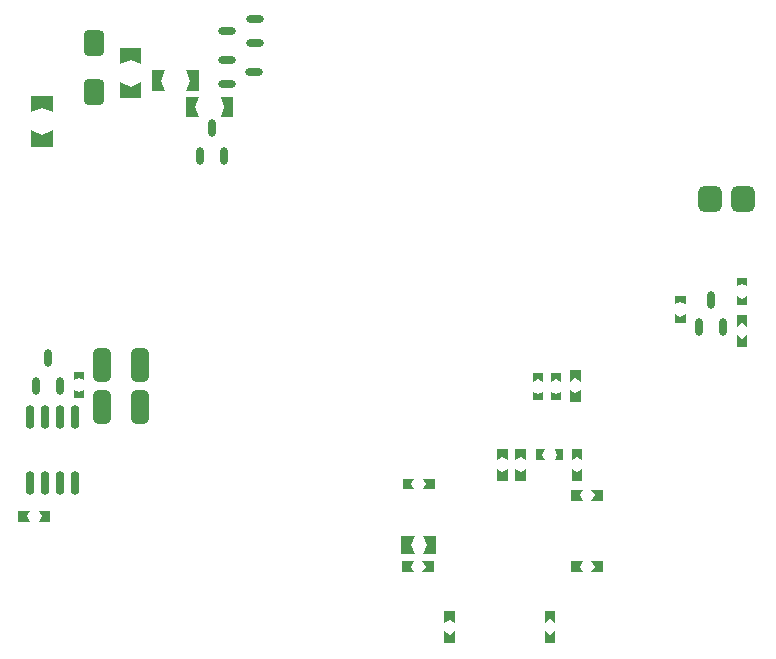
<source format=gbp>
G04 Layer_Color=128*
%FSLAX24Y24*%
%MOIN*%
G70*
G01*
G75*
G04:AMPARAMS|DCode=33|XSize=86.6mil|YSize=68.9mil|CornerRadius=17.2mil|HoleSize=0mil|Usage=FLASHONLY|Rotation=270.000|XOffset=0mil|YOffset=0mil|HoleType=Round|Shape=RoundedRectangle|*
%AMROUNDEDRECTD33*
21,1,0.0866,0.0344,0,0,270.0*
21,1,0.0522,0.0689,0,0,270.0*
1,1,0.0344,-0.0172,-0.0261*
1,1,0.0344,-0.0172,0.0261*
1,1,0.0344,0.0172,0.0261*
1,1,0.0344,0.0172,-0.0261*
%
%ADD33ROUNDEDRECTD33*%
%ADD62O,0.0295X0.0800*%
G04:AMPARAMS|DCode=63|XSize=78.7mil|YSize=86.6mil|CornerRadius=19.7mil|HoleSize=0mil|Usage=FLASHONLY|Rotation=0.000|XOffset=0mil|YOffset=0mil|HoleType=Round|Shape=RoundedRectangle|*
%AMROUNDEDRECTD63*
21,1,0.0787,0.0472,0,0,0.0*
21,1,0.0394,0.0866,0,0,0.0*
1,1,0.0394,0.0197,-0.0236*
1,1,0.0394,-0.0197,-0.0236*
1,1,0.0394,-0.0197,0.0236*
1,1,0.0394,0.0197,0.0236*
%
%ADD63ROUNDEDRECTD63*%
%ADD64O,0.0591X0.0281*%
%ADD65O,0.0281X0.0591*%
G04:AMPARAMS|DCode=67|XSize=110.2mil|YSize=59.1mil|CornerRadius=14.8mil|HoleSize=0mil|Usage=FLASHONLY|Rotation=270.000|XOffset=0mil|YOffset=0mil|HoleType=Round|Shape=RoundedRectangle|*
%AMROUNDEDRECTD67*
21,1,0.1102,0.0295,0,0,270.0*
21,1,0.0807,0.0591,0,0,270.0*
1,1,0.0295,-0.0148,-0.0404*
1,1,0.0295,-0.0148,0.0404*
1,1,0.0295,0.0148,0.0404*
1,1,0.0295,0.0148,-0.0404*
%
%ADD67ROUNDEDRECTD67*%
G36*
X36791Y43730D02*
X36437Y43888D01*
X36083Y43730D01*
Y44282D01*
X36791D01*
Y43730D01*
D02*
G37*
G36*
Y42589D02*
X36083D01*
Y43140D01*
X36437Y42982D01*
X36791Y43140D01*
Y42589D01*
D02*
G37*
G36*
X38711Y42835D02*
X38297D01*
X38415Y43179D01*
X38297Y43524D01*
X38711D01*
Y42835D01*
D02*
G37*
G36*
X37451Y43179D02*
X37569Y42835D01*
X37156D01*
Y43524D01*
X37569D01*
X37451Y43179D01*
D02*
G37*
G36*
X33839Y42126D02*
X33484Y42283D01*
X33130Y42126D01*
Y42677D01*
X33839D01*
Y42126D01*
D02*
G37*
G36*
X39852Y41959D02*
X39439D01*
X39557Y42303D01*
X39439Y42648D01*
X39852D01*
Y41959D01*
D02*
G37*
G36*
X38593Y42303D02*
X38711Y41959D01*
X38297D01*
Y42648D01*
X38711D01*
X38593Y42303D01*
D02*
G37*
G36*
X33839Y40984D02*
X33130D01*
Y41535D01*
X33484Y41378D01*
X33839Y41535D01*
Y40984D01*
D02*
G37*
G36*
X56988Y36328D02*
X56811Y36407D01*
X56634Y36328D01*
Y36604D01*
X56988D01*
Y36328D01*
D02*
G37*
G36*
Y35719D02*
X56634D01*
Y35994D01*
X56811Y35915D01*
X56988Y35994D01*
Y35719D01*
D02*
G37*
G36*
X54941Y35728D02*
X54764Y35807D01*
X54587Y35728D01*
Y36004D01*
X54941D01*
Y35728D01*
D02*
G37*
G36*
Y35118D02*
X54587D01*
Y35394D01*
X54764Y35315D01*
X54941Y35394D01*
Y35118D01*
D02*
G37*
G36*
X56989Y34980D02*
X56812Y35098D01*
X56635Y34980D01*
Y35374D01*
X56989D01*
Y34980D01*
D02*
G37*
G36*
Y34311D02*
X56635D01*
Y34705D01*
X56812Y34587D01*
X56989Y34705D01*
Y34311D01*
D02*
G37*
G36*
X34892Y33208D02*
X34715Y33287D01*
X34537Y33208D01*
Y33484D01*
X34892D01*
Y33208D01*
D02*
G37*
G36*
X51437Y33150D02*
X51260Y33268D01*
X51083Y33150D01*
Y33543D01*
X51437D01*
Y33150D01*
D02*
G37*
G36*
X50797D02*
X50620Y33228D01*
X50443Y33150D01*
Y33425D01*
X50797D01*
Y33150D01*
D02*
G37*
G36*
X50187Y33149D02*
X50010Y33228D01*
X49833Y33149D01*
Y33425D01*
X50187D01*
Y33149D01*
D02*
G37*
G36*
X34892Y32598D02*
X34537D01*
Y32874D01*
X34715Y32795D01*
X34892Y32874D01*
Y32598D01*
D02*
G37*
G36*
X51437Y32480D02*
X51083D01*
Y32874D01*
X51260Y32756D01*
X51437Y32874D01*
Y32480D01*
D02*
G37*
G36*
X50797Y32540D02*
X50443D01*
Y32815D01*
X50620Y32736D01*
X50797Y32815D01*
Y32540D01*
D02*
G37*
G36*
X50187Y32539D02*
X49833D01*
Y32815D01*
X50010Y32736D01*
X50187Y32815D01*
Y32539D01*
D02*
G37*
G36*
X50846Y30541D02*
X50571D01*
X50650Y30719D01*
X50571Y30896D01*
X50846D01*
Y30541D01*
D02*
G37*
G36*
X50158Y30719D02*
X50236Y30541D01*
X49961D01*
Y30896D01*
X50236D01*
X50158Y30719D01*
D02*
G37*
G36*
X51496Y30522D02*
X51319Y30640D01*
X51142Y30522D01*
Y30915D01*
X51496D01*
Y30522D01*
D02*
G37*
G36*
X49616D02*
X49439Y30640D01*
X49262Y30522D01*
Y30915D01*
X49616D01*
Y30522D01*
D02*
G37*
G36*
X49006D02*
X48829Y30640D01*
X48652Y30522D01*
Y30915D01*
X49006D01*
Y30522D01*
D02*
G37*
G36*
X51496Y29852D02*
X51142D01*
Y30246D01*
X51319Y30128D01*
X51496Y30246D01*
Y29852D01*
D02*
G37*
G36*
X49616D02*
X49262D01*
Y30246D01*
X49439Y30128D01*
X49616Y30246D01*
Y29852D01*
D02*
G37*
G36*
X49006D02*
X48652D01*
Y30246D01*
X48829Y30128D01*
X49006Y30246D01*
Y29852D01*
D02*
G37*
G36*
X46565Y29567D02*
X46171D01*
X46289Y29744D01*
X46171Y29921D01*
X46565D01*
Y29567D01*
D02*
G37*
G36*
X45778Y29744D02*
X45896Y29567D01*
X45502D01*
Y29921D01*
X45896D01*
X45778Y29744D01*
D02*
G37*
G36*
X52185Y29183D02*
X51791D01*
X51909Y29360D01*
X51791Y29537D01*
X52185D01*
Y29183D01*
D02*
G37*
G36*
X51398Y29360D02*
X51516Y29183D01*
X51122D01*
Y29537D01*
X51516D01*
X51398Y29360D01*
D02*
G37*
G36*
X33760Y28484D02*
X33366D01*
X33484Y28661D01*
X33366Y28839D01*
X33760D01*
Y28484D01*
D02*
G37*
G36*
X32972Y28661D02*
X33091Y28484D01*
X32697D01*
Y28839D01*
X33091D01*
X32972Y28661D01*
D02*
G37*
G36*
X46624Y27421D02*
X46171D01*
X46299Y27707D01*
X46171Y27992D01*
X46624D01*
Y27421D01*
D02*
G37*
G36*
X45787Y27707D02*
X45915Y27421D01*
X45463D01*
Y27992D01*
X45915D01*
X45787Y27707D01*
D02*
G37*
G36*
X52185Y26811D02*
X51791D01*
X51909Y26988D01*
X51791Y27165D01*
X52185D01*
Y26811D01*
D02*
G37*
G36*
X51398Y26988D02*
X51516Y26811D01*
X51122D01*
Y27165D01*
X51516D01*
X51398Y26988D01*
D02*
G37*
G36*
X46555Y26811D02*
X46161D01*
X46280Y26988D01*
X46161Y27165D01*
X46555D01*
Y26811D01*
D02*
G37*
G36*
X45768Y26988D02*
X45886Y26811D01*
X45492D01*
Y27165D01*
X45886D01*
X45768Y26988D01*
D02*
G37*
G36*
X50591Y25108D02*
X50413Y25226D01*
X50236Y25108D01*
Y25502D01*
X50591D01*
Y25108D01*
D02*
G37*
G36*
X47244Y25098D02*
X47067Y25217D01*
X46890Y25098D01*
Y25492D01*
X47244D01*
Y25098D01*
D02*
G37*
G36*
X50591Y24439D02*
X50236D01*
Y24833D01*
X50413Y24715D01*
X50591Y24833D01*
Y24439D01*
D02*
G37*
G36*
X47244Y24429D02*
X46890D01*
Y24823D01*
X47067Y24705D01*
X47244Y24823D01*
Y24429D01*
D02*
G37*
D33*
X35217Y42815D02*
D03*
Y44429D02*
D03*
D62*
X33567Y31964D02*
D03*
Y29764D02*
D03*
X33067Y31964D02*
D03*
Y29764D02*
D03*
X34567Y31964D02*
D03*
X34067D02*
D03*
Y29764D02*
D03*
X34567D02*
D03*
D63*
X55758Y39222D02*
D03*
X56858D02*
D03*
D64*
X40566Y45226D02*
D03*
Y44426D02*
D03*
X39656Y44826D02*
D03*
X39651Y43081D02*
D03*
Y43881D02*
D03*
X40561Y43481D02*
D03*
D65*
X39547Y40684D02*
D03*
X38747D02*
D03*
X39147Y41594D02*
D03*
X55394Y34956D02*
D03*
X56194D02*
D03*
X55794Y35866D02*
D03*
X34075Y33017D02*
D03*
X33275D02*
D03*
X33675Y33927D02*
D03*
D67*
X35482Y32293D02*
D03*
X36742D02*
D03*
X35482Y33691D02*
D03*
X36742D02*
D03*
M02*

</source>
